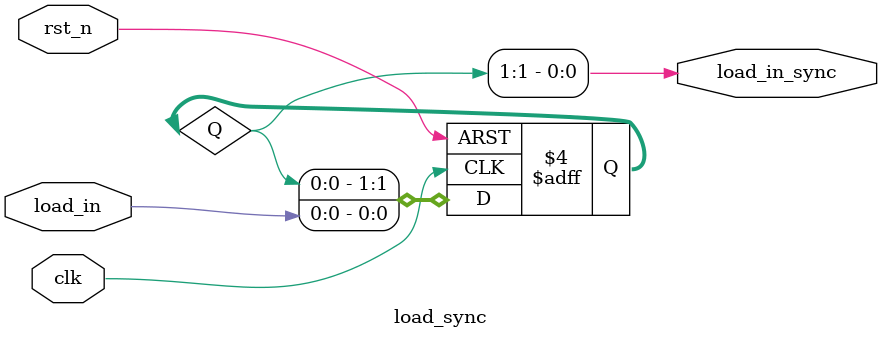
<source format=v>
module load_sync #(
    parameter NUM_STAGES = 2
) (
    input                                      clk,
    input                                      rst_n,
    input                                      load_in,
    output                                     load_in_sync
);
integer i;
reg [NUM_STAGES-1:0] Q;
    always @(posedge clk, negedge rst_n ) 
        begin
            if (!rst_n) 
                begin
                    Q <=0;
                end 
            else 
                begin
                    Q[0] <= load_in;
                    for (i = 1;i<NUM_STAGES ;i=i+1 ) 
                        begin
                            Q[i]<=Q[i-1];
                        end 
                end
            
        end
    assign load_in_sync = Q[NUM_STAGES-1];
endmodule
</source>
